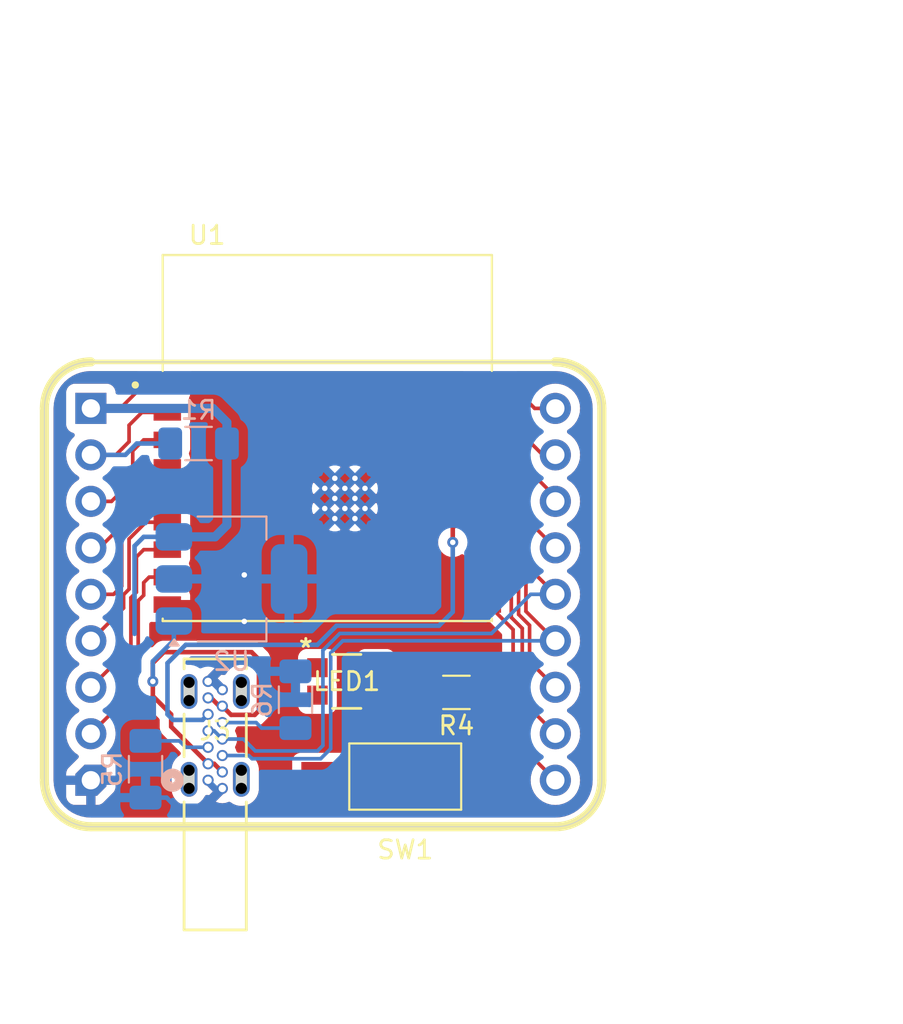
<source format=kicad_pcb>
(kicad_pcb (version 20240108) (generator "pcbnew") (generator_version "8.0")
  (layers (0 "F.Cu" signal) (31 "B.Cu" signal) (34 "B.Paste" user) (35 "F.Paste" user) (36 "B.SilkS" user "B.Silkscreen") (37 "F.SilkS" user "F.Silkscreen") (38 "B.Mask" user) (39 "F.Mask" user) (44 "Edge.Cuts" user))
  (net 0 "")
  (net 1 "GPIO3")
  (net 2 "GND")
  (net 3 "GPIO2")
  (net 4 "GPIO1")
  (net 5 "GPIO0")
  (net 6 "GPIO4")
  (net 7 "VBUS")
  (net 8 "GPIO7")
  (net 9 "USB_D+")
  (net 10 "UART-RX")
  (net 11 "USB_D-")
  (net 12 "GPIO5")
  (net 13 "GPIO8")
  (net 14 "UART-TX")
  (net 15 "GPIO10")
  (net 16 "EN")
  (net 17 "GPIO9")
  (net 18 "3V3")
  (net 19 "GPIO6")
  (net 21 "Net-(LED1-GND-Pad1)")
  (net 22 "Net-(J3-CC2)")
  (net 23 "Net-(J3-CC1)")
  (footprint "Alexander Footprint Library:ESP32-C3-WROOM-02-H4" (layer "F.Cu") (at 156.94 61.1)
    (property "Reference" "U1" (at -6.575 -11.085 0) (layer "F.SilkS"))
    (property "Value" "ESP32-C3-WROOM-02-N4")
    (fp_line (start -9 -10) (end -9 -3.67) (stroke (width 0.127)) (layer "F.SilkS"))
    (fp_line (start -9 10) (end -9 9.87) (stroke (width 0.127)) (layer "F.SilkS"))
    (fp_line (start -9 10) (end 9 10) (stroke (width 0.127)) (layer "F.SilkS"))
    (fp_line (start 9 -10) (end -9 -10) (stroke (width 0.127)) (layer "F.SilkS"))
    (fp_line (start 9 -3.67) (end 9 -10) (stroke (width 0.127)) (layer "F.SilkS"))
    (fp_line (start 9 10) (end 9 9.87) (stroke (width 0.127)) (layer "F.SilkS"))
    (fp_circle (center -10.5 -2.9) (end -10.4 -2.9) (stroke (width 0.2)) (fill none) (layer "F.SilkS"))
    (pad "1" smd rect (at -8.75 -2.9) (size 1.5 0.9) (layers "F.Cu" "F.Paste" "F.Mask") (net 18 "3V3"))
    (pad "2" smd rect (at -8.75 -1.4) (size 1.5 0.9) (layers "F.Cu" "F.Paste" "F.Mask") (net 16 "EN"))
    (pad "3" smd rect (at -8.75 0.1) (size 1.5 0.9) (layers "F.Cu" "F.Paste" "F.Mask") (net 6 "GPIO4"))
    (pad "4" smd rect (at -8.75 1.6) (size 1.5 0.9) (layers "F.Cu" "F.Paste" "F.Mask") (net 12 "GPIO5"))
    (pad "5" smd rect (at -8.75 3.1) (size 1.5 0.9) (layers "F.Cu" "F.Paste" "F.Mask") (net 19 "GPIO6"))
    (pad "6" smd rect (at -8.75 4.6) (size 1.5 0.9) (layers "F.Cu" "F.Paste" "F.Mask") (net 8 "GPIO7"))
    (pad "7" smd rect (at -8.75 6.1) (size 1.5 0.9) (layers "F.Cu" "F.Paste" "F.Mask") (net 13 "GPIO8"))
    (pad "8" smd rect (at -8.75 7.6) (size 1.5 0.9) (layers "F.Cu" "F.Paste" "F.Mask") (net 17 "GPIO9"))
    (pad "9" smd rect (at -8.75 9.1) (size 1.5 0.9) (layers "F.Cu" "F.Paste" "F.Mask") (net 2 "GND"))
    (pad "10" smd rect (at 8.75 9.1) (size 1.5 0.9) (layers "F.Cu" "F.Paste" "F.Mask") (net 15 "GPIO10"))
    (pad "11" smd rect (at 8.75 7.6) (size 1.5 0.9) (layers "F.Cu" "F.Paste" "F.Mask") (net 10 "UART-RX"))
    (pad "12" smd rect (at 8.75 6.1) (size 1.5 0.9) (layers "F.Cu" "F.Paste" "F.Mask") (net 14 "UART-TX"))
    (pad "13" smd rect (at 8.75 4.6) (size 1.5 0.9) (layers "F.Cu" "F.Paste" "F.Mask") (net 11 "USB_D-"))
    (pad "14" smd rect (at 8.75 3.1) (size 1.5 0.9) (layers "F.Cu" "F.Paste" "F.Mask") (net 9 "USB_D+"))
    (pad "15" smd rect (at 8.75 1.6) (size 1.5 0.9) (layers "F.Cu" "F.Paste" "F.Mask") (net 1 "GPIO3"))
    (pad "16" smd rect (at 8.75 0.1) (size 1.5 0.9) (layers "F.Cu" "F.Paste" "F.Mask") (net 3 "GPIO2"))
    (pad "17" smd rect (at 8.75 -1.4) (size 1.5 0.9) (layers "F.Cu" "F.Paste" "F.Mask") (net 4 "GPIO1"))
    (pad "18" smd rect (at 8.75 -2.9) (size 1.5 0.9) (layers "F.Cu" "F.Paste" "F.Mask") (net 5 "GPIO0"))
    (pad "19" smd rect (at -0.14 2.2) (size 0.7 0.7) (layers "F.Cu" "F.Paste" "F.Mask") (net 2 "GND"))
    (pad "20" smd rect (at 0.96 2.2) (size 0.7 0.7) (layers "F.Cu" "F.Paste" "F.Mask") (net 2 "GND"))
    (pad "21" smd rect (at 2.06 2.2) (size 0.7 0.7) (layers "F.Cu" "F.Paste" "F.Mask") (net 2 "GND"))
    (pad "22" smd rect (at -0.14 3.3) (size 0.7 0.7) (layers "F.Cu" "F.Paste" "F.Mask") (net 2 "GND"))
    (pad "23" smd rect (at 0.96 3.3) (size 0.7 0.7) (layers "F.Cu" "F.Paste" "F.Mask") (net 2 "GND"))
    (pad "24" smd rect (at 2.06 3.3) (size 0.7 0.7) (layers "F.Cu" "F.Paste" "F.Mask") (net 2 "GND"))
    (pad "25" smd rect (at -0.14 4.4) (size 0.7 0.7) (layers "F.Cu" "F.Paste" "F.Mask") (net 2 "GND"))
    (pad "26" smd rect (at 0.96 4.4) (size 0.7 0.7) (layers "F.Cu" "F.Paste" "F.Mask") (net 2 "GND"))
    (pad "27" smd rect (at 2.06 4.4) (size 0.7 0.7) (layers "F.Cu" "F.Paste" "F.Mask") (net 2 "GND"))
    (pad "28" thru_hole circle (at 0.41 2.2) (size 0.4 0.4) (drill 0.3) (layers "*.Cu") (net 2 "GND"))
    (pad "29" thru_hole circle (at 1.51 2.2) (size 0.4 0.4) (drill 0.3) (layers "*.Cu") (net 2 "GND"))
    (pad "30" thru_hole circle (at -0.14 2.75) (size 0.4 0.4) (drill 0.3) (layers "*.Cu") (net 2 "GND"))
    (pad "31" thru_hole circle (at 0.96 2.75) (size 0.4 0.4) (drill 0.3) (layers "*.Cu") (net 2 "GND"))
    (pad "32" thru_hole circle (at 2.06 2.75) (size 0.4 0.4) (drill 0.3) (layers "*.Cu") (net 2 "GND"))
    (pad "33" thru_hole circle (at 0.41 3.3) (size 0.4 0.4) (drill 0.3) (layers "*.Cu") (net 2 "GND"))
    (pad "34" thru_hole circle (at 1.51 3.3) (size 0.4 0.4) (drill 0.3) (layers "*.Cu") (net 2 "GND"))
    (pad "35" thru_hole circle (at -0.14 3.85) (size 0.4 0.4) (drill 0.3) (layers "*.Cu") (net 2 "GND"))
    (pad "36" thru_hole circle (at 0.96 3.85) (size 0.4 0.4) (drill 0.3) (layers "*.Cu") (net 2 "GND"))
    (pad "37" thru_hole circle (at 2.06 3.85) (size 0.4 0.4) (drill 0.3) (layers "*.Cu") (net 2 "GND"))
    (pad "38" thru_hole circle (at 0.41 4.4) (size 0.4 0.4) (drill 0.3) (layers "*.Cu") (net 2 "GND"))
    (pad "39" thru_hole circle (at 1.51 4.4) (size 0.4 0.4) (drill 0.3) (layers "*.Cu") (net 2 "GND"))
    (zone (net 0) (net_name "") (layer "F.Cu") (connect_pads (clearance 0)) (min_thickness 0.01)
      (keepout (tracks not_allowed) (vias not_allowed) (pads not_allowed) (copperpour not_allowed) (footprints allowed))
      (fill (thermal_gap 0.508) (thermal_bridge_width 0.508))
      (polygon (pts (xy 147.94 51.1) (xy 165.94 51.1) (xy 165.94 57.1) (xy 147.94 57.1)))
    )
    (zone (net 0) (net_name "") (layer "B.Cu") (connect_pads (clearance 0)) (min_thickness 0.01)
      (keepout (tracks not_allowed) (vias not_allowed) (pads not_allowed) (copperpour not_allowed) (footprints allowed))
      (fill (thermal_gap 0.508) (thermal_bridge_width 0.508))
      (polygon (pts (xy 147.94 51.1) (xy 165.94 51.1) (xy 165.94 57.1) (xy 147.94 57.1)))
    )
  )
  (footprint "Alexander Footprint Library:B1552_HVK-M" (layer "F.Cu") (at 158 74.4)
    (property "Reference" "LED1" (at 0 0 0) (layer "F.SilkS"))
    (property "Value" "LED-RED-GREEN-B1552USUG20D")
    (fp_line (start -0.777373 -1.4732) (end 0.777373 -1.4732) (stroke (width 0.1524)) (layer "F.SilkS"))
    (fp_line (start -0.777373 1.4732) (end 0.777373 1.4732) (stroke (width 0.1524)) (layer "F.SilkS"))
    (fp_text user "*" (at -2.2352 -1.8041 0) (layer "F.SilkS"))
    (fp_text user "*" (at -2.2352 -1.8041 0) (layer "F.SilkS"))
    (pad "1" smd rect (at -1.6002 -0.750001) (size 1.1176 1.0414) (layers "F.Cu" "F.Paste" "F.Mask") (net 21 "Net-(LED1-GND-Pad1)"))
    (pad "2" smd rect (at -1.6002 0.750001) (size 1.1176 1.0414) (layers "F.Cu" "F.Paste" "F.Mask") (net 18 "3V3"))
    (pad "3" smd rect (at 1.6002 0.750001) (size 1.1176 1.0414) (layers "F.Cu" "F.Paste" "F.Mask"))
    (pad "4" smd rect (at 1.6002 -0.750001) (size 1.1176 1.0414) (layers "F.Cu" "F.Paste" "F.Mask") (net 21 "Net-(LED1-GND-Pad1)"))
  )
  (footprint "Alexander Footprint Library:USB-C_KUSBX-SL-CS1N14-B_KYC" (layer "F.Cu") (at 150.419999 79.799999)
    (property "Reference" "J3" (at 0.39 -2.7 0) (layer "F.SilkS"))
    (property "Value" "USB-C_KUSBX-SL-CS1N14-B")
    (fp_circle (center -1.9468 0) (end -1.5658 0) (stroke (width 0.508)) (fill none) (layer "B.SilkS"))
    (fp_line (start -1.3118 -6.627) (end -1.3118 -6.087007) (stroke (width 0.1524)) (layer "F.SilkS"))
    (fp_line (start -1.3118 -3.612992) (end -1.3118 -1.287007) (stroke (width 0.1524)) (layer "F.SilkS"))
    (fp_line (start -1.3118 1.187007) (end -1.3118 8.1812) (stroke (width 0.1524)) (layer "F.SilkS"))
    (fp_line (start -1.3118 8.1812) (end 2.0918 8.1812) (stroke (width 0.1524)) (layer "F.SilkS"))
    (fp_line (start 2.0918 -6.627) (end -1.3118 -6.627) (stroke (width 0.1524)) (layer "F.SilkS"))
    (fp_line (start 2.0918 -6.087007) (end 2.0918 -6.627) (stroke (width 0.1524)) (layer "F.SilkS"))
    (fp_line (start 2.0918 -1.287007) (end 2.0918 -3.612992) (stroke (width 0.1524)) (layer "F.SilkS"))
    (fp_line (start 2.0918 8.1812) (end 2.0918 1.187007) (stroke (width 0.1524)) (layer "F.SilkS"))
    (fp_line (start -1.04 -4.354699) (end -1.04 -5.345299) (stroke (width 0.6096)) (layer "Edge.Cuts"))
    (fp_line (start -1.04 0.4453) (end -1.04 -0.5453) (stroke (width 0.6096)) (layer "Edge.Cuts"))
    (fp_line (start 1.82 -4.354699) (end 1.82 -5.345299) (stroke (width 0.6096)) (layer "Edge.Cuts"))
    (fp_line (start 1.82 0.4453) (end 1.82 -0.5453) (stroke (width 0.6096)) (layer "Edge.Cuts"))
    (pad "" np_thru_hole circle (at -1.04 -5.345299) (size 0.6096 0.6096) (drill 0.6096) (layers))
    (pad "" np_thru_hole circle (at -1.04 -4.354699) (size 0.6096 0.6096) (drill 0.6096) (layers))
    (pad "" np_thru_hole circle (at -1.04 -0.5453) (size 0.6096 0.6096) (drill 0.6096) (layers))
    (pad "" np_thru_hole circle (at -1.04 0.4453) (size 0.6096 0.6096) (drill 0.6096) (layers))
    (pad "" np_thru_hole circle (at 1.82 -5.345299) (size 0.6096 0.6096) (drill 0.6096) (layers))
    (pad "" np_thru_hole circle (at 1.82 -4.354699) (size 0.6096 0.6096) (drill 0.6096) (layers))
    (pad "" np_thru_hole circle (at 1.82 -0.5453) (size 0.6096 0.6096) (drill 0.6096) (layers))
    (pad "" np_thru_hole circle (at 1.82 0.4453) (size 0.6096 0.6096) (drill 0.6096) (layers))
    (pad "A1" thru_hole circle (at 0 0) (size 0.6096 0.6096) (drill 0.4064) (layers "*.Cu" "*.Mask") (net 2 "GND"))
    (pad "A4" thru_hole circle (at 0 -0.900001) (size 0.6096 0.6096) (drill 0.4064) (layers "*.Cu" "*.Mask") (net 7 "VBUS"))
    (pad "A5" thru_hole circle (at 0 -1.799999) (size 0.6096 0.6096) (drill 0.4064) (layers "*.Cu" "*.Mask") (net 23 "Net-(J3-CC1)"))
    (pad "A6" thru_hole circle (at 0 -2.7) (size 0.6096 0.6096) (drill 0.4064) (layers "*.Cu" "*.Mask") (net 9 "USB_D+"))
    (pad "A7" thru_hole circle (at 0 -3.6) (size 0.6096 0.6096) (drill 0.4064) (layers "*.Cu" "*.Mask") (net 11 "USB_D-"))
    (pad "A9" thru_hole circle (at 0 -4.499999) (size 0.6096 0.6096) (drill 0.4064) (layers "*.Cu" "*.Mask") (net 7 "VBUS"))
    (pad "A12" thru_hole circle (at 0 -5.399999) (size 0.6096 0.6096) (drill 0.4064) (layers "*.Cu" "*.Mask") (net 2 "GND"))
    (pad "B1" thru_hole circle (at 0.780001 -4.949999) (size 0.6096 0.6096) (drill 0.4064) (layers "*.Cu" "*.Mask") (net 2 "GND"))
    (pad "B4" thru_hole circle (at 0.780001 -4.049999) (size 0.6096 0.6096) (drill 0.4064) (layers "*.Cu" "*.Mask") (net 7 "VBUS"))
    (pad "B5" thru_hole circle (at 0.780001 -3.149999) (size 0.6096 0.6096) (drill 0.4064) (layers "*.Cu" "*.Mask") (net 22 "Net-(J3-CC2)"))
    (pad "B6" thru_hole circle (at 0.780001 -2.249999) (size 0.6096 0.6096) (drill 0.4064) (layers "*.Cu" "*.Mask") (net 9 "USB_D+"))
    (pad "B7" thru_hole circle (at 0.780001 -1.349999) (size 0.6096 0.6096) (drill 0.4064) (layers "*.Cu" "*.Mask") (net 11 "USB_D-"))
    (pad "B9" thru_hole circle (at 0.780001 -0.449999) (size 0.6096 0.6096) (drill 0.4064) (layers "*.Cu" "*.Mask") (net 7 "VBUS"))
    (pad "B12" thru_hole circle (at 0.780001 0.450001) (size 0.6096 0.6096) (drill 0.4064) (layers "*.Cu" "*.Mask") (net 2 "GND"))
    (pad "S_1" thru_hole oval (at -1.04 -0.05 90) (size 1.905 0.9144) (drill 0.0254) (layers "*.Cu" "*.Mask"))
    (pad "S_2" thru_hole oval (at 1.82 -0.05 90) (size 1.905 0.9144) (drill 0.0254) (layers "*.Cu" "*.Mask"))
    (pad "S_3" thru_hole oval (at -1.04 -4.849999 90) (size 1.905 0.9144) (drill 0.0254) (layers "*.Cu" "*.Mask"))
    (pad "S_4" thru_hole oval (at 1.82 -4.849999 90) (size 1.905 0.9144) (drill 0.0254) (layers "*.Cu" "*.Mask"))
  )
  (footprint "Alexander Footprint Library:SW_SPST_6x3" (layer "F.Cu") (at 161.2 79.6 180)
    (property "Reference" "SW1" (at 0 -4 0) (layer "F.SilkS"))
    (property "Value" "SW_Push")
    (fp_line (start 3.06 1.81) (end -3.06 1.81) (stroke (width 0.12)) (layer "F.SilkS"))
    (fp_line (start 3.06 -1.81) (end 3.06 1.81) (stroke (width 0.12)) (layer "F.SilkS"))
    (fp_line (start -3.06 1.81) (end -3.06 -1.81) (stroke (width 0.12)) (layer "F.SilkS"))
    (fp_line (start -3.06 -1.81) (end 3.06 -1.81) (stroke (width 0.12)) (layer "F.SilkS"))
    (pad "1" smd rect (at -4.59 0 180) (size 2.18 1.6) (layers "F.Cu" "F.Paste" "F.Mask") (net 2 "GND"))
    (pad "2" smd rect (at 4.59 0 180) (size 2.18 1.6) (layers "F.Cu" "F.Paste" "F.Mask") (net 16 "EN"))
  )
  (footprint "Alexander Footprint Library:Conn_ESP32-C3-WROOM-02" (layer "F.Cu") (at 159.25 64.56)
    (property "Reference" "J2" (hide yes))
    (property "Value" "~")
    (fp_line (start -17.78 -5.08) (end -17.78 15.24) (stroke (width 0.5)) (layer "F.SilkS"))
    (fp_line (start -15.24 -7.62) (end 10.16 -7.62) (stroke (width 0.25)) (layer "F.SilkS"))
    (fp_line (start -15.24 17.78) (end 10.16 17.78) (stroke (width 0.5)) (layer "F.SilkS"))
    (fp_line (start 12.7 -5.08) (end 12.7 15.24) (stroke (width 0.5)) (layer "F.SilkS"))
    (fp_arc (start -17.78 -5.08) (mid -17.036051 -6.876051) (end -15.24 -7.62) (stroke (width 0.5)) (layer "F.SilkS"))
    (fp_arc (start -15.24 17.78) (mid -17.036051 17.036051) (end -17.78 15.24) (stroke (width 0.5)) (layer "F.SilkS"))
    (fp_arc (start 10.16 -7.62) (mid 11.956051 -6.876051) (end 12.7 -5.08) (stroke (width 0.5)) (layer "F.SilkS"))
    (fp_arc (start 12.7 15.24) (mid 11.956051 17.036051) (end 10.16 17.78) (stroke (width 0.5)) (layer "F.SilkS"))
    (fp_line (start -17.78 15.24) (end -17.78 -5.08) (stroke (width 0.05)) (layer "Edge.Cuts"))
    (fp_line (start -15.24 -7.62) (end 10.16 -7.62) (stroke (width 0.05)) (layer "Edge.Cuts"))
    (fp_line (start 10.16 17.78) (end -15.24 17.78) (stroke (width 0.05)) (layer "Edge.Cuts"))
    (fp_line (start 12.7 -5.08) (end 12.7 15.24) (stroke (width 0.05)) (layer "Edge.Cuts"))
    (fp_arc (start -17.78 -5.08) (mid -17.036051 -6.876051) (end -15.24 -7.62) (stroke (width 0.05)) (layer "Edge.Cuts"))
    (fp_arc (start -15.24 17.78) (mid -17.036051 17.036051) (end -17.78 15.24) (stroke (width 0.05)) (layer "Edge.Cuts"))
    (fp_arc (start 10.16 -7.62) (mid 11.956051 -6.876051) (end 12.7 -5.08) (stroke (width 0.05)) (layer "Edge.Cuts"))
    (fp_arc (start 12.7 15.24) (mid 11.956051 17.036051) (end 10.16 17.78) (stroke (width 0.05)) (layer "Edge.Cuts"))
    (pad "1" thru_hole rect (at -15.24 -5.08) (size 1.7 1.7) (drill 1) (layers "*.Cu" "*.Mask") (net 18 "3V3"))
    (pad "2" thru_hole circle (at -15.24 -2.54) (size 1.7 1.7) (drill 1) (layers "*.Cu" "*.Mask") (net 16 "EN"))
    (pad "3" thru_hole circle (at -15.24 0) (size 1.7 1.7) (drill 1) (layers "*.Cu" "*.Mask") (net 6 "GPIO4"))
    (pad "4" thru_hole circle (at -15.24 2.54) (size 1.7 1.7) (drill 1) (layers "*.Cu" "*.Mask") (net 12 "GPIO5"))
    (pad "5" thru_hole circle (at -15.24 5.08) (size 1.7 1.7) (drill 1) (layers "*.Cu" "*.Mask") (net 19 "GPIO6"))
    (pad "6" thru_hole circle (at -15.24 7.62) (size 1.7 1.7) (drill 1) (layers "*.Cu" "*.Mask") (net 8 "GPIO7"))
    (pad "7" thru_hole circle (at -15.24 10.16) (size 1.7 1.7) (drill 1) (layers "*.Cu" "*.Mask") (net 13 "GPIO8"))
    (pad "8" thru_hole circle (at -15.24 12.7) (size 1.7 1.7) (drill 1) (layers "*.Cu" "*.Mask") (net 17 "GPIO9"))
    (pad "9" thru_hole roundrect (at -15.24 15.24) (size 1.7 1.7) (drill 1) (layers "*.Cu" "*.Mask") (roundrect_rratio 0) (chamfer_ratio 0.3) (chamfer top_left bottom_right) (net 2 "GND"))
    (pad "10" thru_hole circle (at 10.16 15.24) (size 1.7 1.7) (drill 1) (layers "*.Cu" "*.Mask") (net 15 "GPIO10"))
    (pad "11" thru_hole circle (at 10.16 12.7) (size 1.7 1.7) (drill 1) (layers "*.Cu" "*.Mask") (net 10 "UART-RX"))
    (pad "12" thru_hole circle (at 10.16 10.16) (size 1.7 1.7) (drill 1) (layers "*.Cu" "*.Mask") (net 14 "UART-TX"))
    (pad "13" thru_hole circle (at 10.16 7.62) (size 1.7 1.7) (drill 1) (layers "*.Cu" "*.Mask") (net 11 "USB_D-"))
    (pad "14" thru_hole circle (at 10.16 5.08) (size 1.7 1.7) (drill 1) (layers "*.Cu" "*.Mask") (net 9 "USB_D+"))
    (pad "15" thru_hole circle (at 10.16 2.54) (size 1.7 1.7) (drill 1) (layers "*.Cu" "*.Mask") (net 1 "GPIO3"))
    (pad "16" thru_hole circle (at 10.16 0) (size 1.7 1.7) (drill 1) (layers "*.Cu" "*.Mask") (net 3 "GPIO2"))
    (pad "17" thru_hole circle (at 10.16 -2.54) (size 1.7 1.7) (drill 1) (layers "*.Cu" "*.Mask") (net 4 "GPIO1"))
    (pad "18" thru_hole circle (at 10.16 -5.08) (size 1.7 1.7) (drill 1) (layers "*.Cu" "*.Mask") (net 5 "GPIO0"))
  )
  (footprint "Resistor_SMD:R_1206_3216Metric_Pad1.30x1.75mm_HandSolder" (layer "F.Cu") (at 164 75 180)
    (property "Reference" "R4" (at 0 -1.82 360) (layer "F.SilkS"))
    (property "Value" "5k1")
    (fp_line (start -0.727064 0.91) (end 0.727064 0.91) (stroke (width 0.12)) (layer "F.SilkS"))
    (fp_line (start -0.727064 -0.91) (end 0.727064 -0.91) (stroke (width 0.12)) (layer "F.SilkS"))
    (pad "1" smd roundrect (at -1.55 0 180) (size 1.3 1.75) (layers "F.Cu" "F.Paste" "F.Mask") (roundrect_rratio 0.192308) (net 2 "GND"))
    (pad "2" smd roundrect (at 1.55 0 180) (size 1.3 1.75) (layers "F.Cu" "F.Paste" "F.Mask") (roundrect_rratio 0.192308) (net 21 "Net-(LED1-GND-Pad1)"))
  )
  (footprint "Package_TO_SOT_SMD:SOT-223-3_TabPin2" (layer "B.Cu") (at 151.7 68.8)
    (property "Reference" "U2" (at 0 4.5 0) (layer "B.SilkS") (effects (justify mirror)))
    (property "Value" "AMS1117-3V3")
    (fp_line (start 1.91 -3.41) (end -1.85 -3.41) (stroke (width 0.12)) (layer "B.SilkS"))
    (fp_line (start 1.91 -2.15) (end 1.91 -3.41) (stroke (width 0.12)) (layer "B.SilkS"))
    (fp_line (start 1.91 2.15) (end 1.91 3.41) (stroke (width 0.12)) (layer "B.SilkS"))
    (fp_line (start 1.91 3.41) (end -1.85 3.41) (stroke (width 0.12)) (layer "B.SilkS"))
    (fp_poly (pts (xy -3.13 3.31) (xy -3.37 3.64) (xy -2.89 3.64) (xy -3.13 3.31)) (stroke (width 0.12)) (fill solid) (layer "B.SilkS"))
    (pad "1" smd roundrect (at -3.15 2.3) (size 2 1.5) (layers "B.Cu" "B.Paste" "B.Mask") (net 7 "VBUS"))
    (pad "2" smd roundrect (at -3.15 0) (size 2 1.5) (layers "B.Cu" "B.Paste" "B.Mask") (net 2 "GND"))
    (pad "2" smd roundrect (at 3.15 0) (size 2 3.8) (layers "B.Cu" "B.Paste" "B.Mask") (net 2 "GND"))
    (pad "3" smd roundrect (at -3.15 -2.3) (size 2 1.5) (layers "B.Cu" "B.Paste" "B.Mask") (net 18 "3V3"))
  )
  (footprint "Resistor_SMD:R_1206_3216Metric_Pad1.30x1.75mm_HandSolder" (layer "B.Cu") (at 149.9 61.4 180)
    (property "Reference" "R1" (at 0 1.82 0) (layer "B.SilkS") (effects (justify mirror)))
    (property "Value" "10k")
    (fp_line (start 0.727064 0.91) (end -0.727064 0.91) (stroke (width 0.12)) (layer "B.SilkS"))
    (fp_line (start 0.727064 -0.91) (end -0.727064 -0.91) (stroke (width 0.12)) (layer "B.SilkS"))
    (pad "1" smd roundrect (at -1.55 0 180) (size 1.3 1.75) (layers "B.Cu" "B.Paste" "B.Mask") (roundrect_rratio 0.192308) (net 18 "3V3"))
    (pad "2" smd roundrect (at 1.55 0 180) (size 1.3 1.75) (layers "B.Cu" "B.Paste" "B.Mask") (roundrect_rratio 0.192308) (net 16 "EN"))
  )
  (footprint "Resistor_SMD:R_1206_3216Metric_Pad1.30x1.75mm_HandSolder" (layer "B.Cu") (at 147 79.2 -90)
    (property "Reference" "R5" (at 0 1.82 90) (layer "B.SilkS") (effects (justify mirror)))
    (property "Value" "5k1")
    (fp_line (start 0.727064 0.91) (end -0.727064 0.91) (stroke (width 0.12)) (layer "B.SilkS"))
    (fp_line (start 0.727064 -0.91) (end -0.727064 -0.91) (stroke (width 0.12)) (layer "B.SilkS"))
    (pad "1" smd roundrect (at -1.55 0 270) (size 1.3 1.75) (layers "B.Cu" "B.Paste" "B.Mask") (roundrect_rratio 0.192308) (net 23 "Net-(J3-CC1)"))
    (pad "2" smd roundrect (at 1.55 0 270) (size 1.3 1.75) (layers "B.Cu" "B.Paste" "B.Mask") (roundrect_rratio 0.192308) (net 2 "GND"))
  )
  (footprint "Resistor_SMD:R_1206_3216Metric_Pad1.30x1.75mm_HandSolder" (layer "B.Cu") (at 155.2 75.4 -90)
    (property "Reference" "R6" (at 0 1.82 90) (layer "B.SilkS") (effects (justify mirror)))
    (property "Value" "5k1")
    (fp_line (start 0.727064 0.91) (end -0.727064 0.91) (stroke (width 0.12)) (layer "B.SilkS"))
    (fp_line (start 0.727064 -0.91) (end -0.727064 -0.91) (stroke (width 0.12)) (layer "B.SilkS"))
    (pad "1" smd roundrect (at -1.55 0 270) (size 1.3 1.75) (layers "B.Cu" "B.Paste" "B.Mask") (roundrect_rratio 0.192308) (net 2 "GND"))
    (pad "2" smd roundrect (at 1.55 0 270) (size 1.3 1.75) (layers "B.Cu" "B.Paste" "B.Mask") (roundrect_rratio 0.192308) (net 22 "Net-(J3-CC2)"))
  )
  (segment (start 167.2 62.7) (end 167.8 63.3) (width 0.2) (layer "F.Cu") (net 1))
  (segment (start 165.69 62.7) (end 167.2 62.7) (width 0.2) (layer "F.Cu") (net 1))
  (segment (start 167.8 63.3) (end 167.8 65.49) (width 0.2) (layer "F.Cu") (net 1))
  (segment (start 167.8 65.49) (end 169.41 67.1) (width 0.2) (layer "F.Cu") (net 1))
  (via (at 152.4 68.58) (size 0.6) (drill 0.3) (layers "F.Cu" "B.Cu") (net 2))
  (via (at 152.4 71.12) (size 0.6) (drill 0.3) (layers "F.Cu" "B.Cu") (net 2))
  (segment (start 150.419999 79.799999) (end 150.87 80.25) (width 0.25) (layer "B.Cu") (net 2))
  (segment (start 151.2 74.85) (end 150.75 74.4) (width 0.5) (layer "B.Cu") (net 2))
  (segment (start 148.15 80.75) (end 147 80.75) (width 0.25) (layer "B.Cu") (net 2))
  (segment (start 150.25 81.2) (end 148.6 81.2) (width 0.25) (layer "B.Cu") (net 2))
  (segment (start 147.402499 81.152499) (end 147 80.75) (width 0.5) (layer "B.Cu") (net 2))
  (segment (start 151.2 80.25) (end 150.25 81.2) (width 0.25) (layer "B.Cu") (net 2))
  (segment (start 148.6 81.2) (end 148.15 80.75) (width 0.25) (layer "B.Cu") (net 2))
  (segment (start 150.87 80.25) (end 151.2 80.25) (width 0.25) (layer "B.Cu") (net 2))
  (segment (start 150.75 74.4) (end 150.419999 74.4) (width 0.5) (layer "B.Cu") (net 2))
  (segment (start 165.69 61.2) (end 166.3 61.2) (width 0.2) (layer "F.Cu") (net 3))
  (segment (start 166.3 61.2) (end 169.41 64.31) (width 0.2) (layer "F.Cu") (net 3))
  (segment (start 169.41 64.31) (end 169.41 64.56) (width 0.2) (layer "F.Cu") (net 3))
  (segment (start 165.69 59.7) (end 166.4 59.7) (width 0.2) (layer "F.Cu") (net 4))
  (segment (start 166.4 59.7) (end 168.72 62.02) (width 0.2) (layer "F.Cu") (net 4))
  (segment (start 168.72 62.02) (end 169.41 62.02) (width 0.2) (layer "F.Cu") (net 4))
  (segment (start 168.28 59.48) (end 167 58.2) (width 0.2) (layer "F.Cu") (net 5))
  (segment (start 167 58.2) (end 165.69 58.2) (width 0.2) (layer "F.Cu") (net 5))
  (segment (start 169.41 59.48) (end 168.28 59.48) (width 0.2) (layer "F.Cu") (net 5))
  (segment (start 148.19 61.2) (end 146.9 61.2) (width 0.2) (layer "F.Cu") (net 6))
  (segment (start 146.9 61.2) (end 146.3 61.8) (width 0.2) (layer "F.Cu") (net 6))
  (segment (start 146.3 63.4) (end 145.14 64.56) (width 0.2) (layer "F.Cu") (net 6))
  (segment (start 146.3 61.8) (end 146.3 63.4) (width 0.2) (layer "F.Cu") (net 6))
  (segment (start 145.14 64.56) (end 144.01 64.56) (width 0.2) (layer "F.Cu") (net 6))
  (segment (start 150.582551 75.3) (end 151.032551 75.75) (width 0.25) (layer "F.Cu") (net 7))
  (segment (start 151.6775 76.2275) (end 151.2 75.75) (width 0.25) (layer "F.Cu") (net 7))
  (segment (start 152.8 72.8) (end 153.2 73.2) (width 0.25) (layer "F.Cu") (net 7))
  (segment (start 153.2 73.2) (end 153.2 76) (width 0.25) (layer "F.Cu") (net 7))
  (segment (start 150.749998 78.899998) (end 150.419999 78.899998) (width 0.25) (layer "F.Cu") (net 7))
  (segment (start 148 72.8) (end 152.8 72.8) (width 0.25) (layer "F.Cu") (net 7))
  (segment (start 147.4 74.4) (end 147.4 75.2) (width 0.25) (layer "F.Cu") (net 7))
  (segment (start 147.4 75.2) (end 148.4 76.2) (width 0.25) (layer "F.Cu") (net 7))
  (segment (start 152.9725 76.2275) (end 151.6775 76.2275) (width 0.25) (layer "F.Cu") (net 7))
  (segment (start 153.2 76) (end 152.9725 76.2275) (width 0.25) (layer "F.Cu") (net 7))
  (segment (start 151.032551 75.75) (end 151.2 75.75) (width 0.25) (layer "F.Cu") (net 7))
  (segment (start 147.4 74.4) (end 147.4 73.4) (width 0.25) (layer "F.Cu") (net 7))
  (segment (start 148.4 76.870673) (end 150.429325 78.899998) (width 0.25) (layer "F.Cu") (net 7))
  (segment (start 147.4 73.4) (end 148 72.8) (width 0.25) (layer "F.Cu") (net 7))
  (segment (start 148.4 76.2) (end 148.4 76.870673) (width 0.25) (layer "F.Cu") (net 7))
  (segment (start 150.749998 78.899998) (end 151.2 79.35) (width 0.25) (layer "F.Cu") (net 7))
  (segment (start 150.419999 78.899998) (end 150.6 78.899998) (width 0.25) (layer "F.Cu") (net 7))
  (via (at 147.4 74.4) (size 0.6) (drill 0.3) (layers "F.Cu" "B.Cu") (net 7))
  (segment (start 148.55 72.15) (end 148.55 71.1) (width 0.25) (layer "B.Cu") (net 7))
  (segment (start 147.4 74.4) (end 147.4 73.3) (width 0.25) (layer "B.Cu") (net 7))
  (segment (start 147.4 73.3) (end 148.55 72.15) (width 0.25) (layer "B.Cu") (net 7))
  (segment (start 148.19 65.7) (end 147.015686 65.7) (width 0.2) (layer "F.Cu") (net 8))
  (segment (start 146.1 66.615686) (end 146.1 69.358628) (width 0.2) (layer "F.Cu") (net 8))
  (segment (start 146.1 69.358628) (end 145.8 69.658628) (width 0.2) (layer "F.Cu") (net 8))
  (segment (start 145.8 69.658628) (end 145.8 70.39) (width 0.2) (layer "F.Cu") (net 8))
  (segment (start 147.015686 65.7) (end 146.1 66.615686) (width 0.2) (layer "F.Cu") (net 8))
  (segment (start 145.8 70.39) (end 144.01 72.18) (width 0.2) (layer "F.Cu") (net 8))
  (segment (start 167.8 66.055686) (end 167.8 68.03) (width 0.2) (layer "F.Cu") (net 9))
  (segment (start 165.69 64.2) (end 167.1 64.2) (width 0.2) (layer "F.Cu") (net 9))
  (segment (start 167.8 68.03) (end 169.41 69.64) (width 0.2) (layer "F.Cu") (net 9))
  (segment (start 167.4 64.5) (end 167.4 65.655686) (width 0.2) (layer "F.Cu") (net 9))
  (segment (start 167.1 64.2) (end 167.4 64.5) (width 0.2) (layer "F.Cu") (net 9))
  (segment (start 167.4 65.655686) (end 167.8 66.055686) (width 0.2) (layer "F.Cu") (net 9))
  (segment (start 150.749999 77.099999) (end 151.2 77.55) (width 0.2) (layer "B.Cu") (net 9))
  (segment (start 165.92 71.78) (end 168.06 69.64) (width 0.2) (layer "B.Cu") (net 9))
  (segment (start 153 78.2) (end 156.4 78.2) (width 0.2) (layer "B.Cu") (net 9))
  (segment (start 156.4 78.2) (end 156.7 77.9) (width 0.2) (layer "B.Cu") (net 9))
  (segment (start 156.7 72.7) (end 157.62 71.78) (width 0.2) (layer "B.Cu") (net 9))
  (segment (start 151.2 77.55) (end 152.35 77.55) (width 0.2) (layer "B.Cu") (net 9))
  (segment (start 157.62 71.78) (end 165.92 71.78) (width 0.2) (layer "B.Cu") (net 9))
  (segment (start 156.7 77.9) (end 156.7 72.7) (width 0.2) (layer "B.Cu") (net 9))
  (segment (start 152.35 77.55) (end 153 78.2) (width 0.2) (layer "B.Cu") (net 9))
  (segment (start 150.419999 77.099999) (end 150.749999 77.099999) (width 0.2) (layer "B.Cu") (net 9))
  (segment (start 168.06 69.64) (end 169.41 69.64) (width 0.2) (layer "B.Cu") (net 9))
  (segment (start 167 69.71) (end 167 70.901372) (width 0.2) (layer "F.Cu") (net 10))
  (segment (start 167.6 71.501372) (end 167.6 75.45) (width 0.2) (layer "F.Cu") (net 10))
  (segment (start 165.99 68.7) (end 167 69.71) (width 0.2) (layer "F.Cu") (net 10))
  (segment (start 165.69 68.7) (end 165.99 68.7) (width 0.2) (layer "F.Cu") (net 10))
  (segment (start 167 70.901372) (end 167.6 71.501372) (width 0.2) (layer "F.Cu") (net 10))
  (segment (start 167.6 75.45) (end 169.41 77.26) (width 0.2) (layer "F.Cu") (net 10))
  (segment (start 167.4 67.11) (end 167.4 68.195686) (width 0.2) (layer "F.Cu") (net 11))
  (segment (start 167.4 68.195686) (end 167.8 68.595686) (width 0.2) (layer "F.Cu") (net 11))
  (segment (start 165.69 65.7) (end 165.99 65.7) (width 0.2) (layer "F.Cu") (net 11))
  (segment (start 163.8 66.8) (end 163.8 66) (width 0.25) (layer "F.Cu") (net 11))
  (segment (start 167.8 68.595686) (end 167.8 70.57) (width 0.2) (layer "F.Cu") (net 11))
  (segment (start 163.8 66) (end 164.1 65.7) (width 0.25) (layer "F.Cu") (net 11))
  (segment (start 165.99 65.7) (end 167.4 67.11) (width 0.2) (layer "F.Cu") (net 11))
  (segment (start 167.8 70.57) (end 169.41 72.18) (width 0.2) (layer "F.Cu") (net 11))
  (segment (start 164.1 65.7) (end 165.69 65.7) (width 0.25) (layer "F.Cu") (net 11))
  (via (at 163.8 66.8) (size 0.6) (drill 0.3) (layers "F.Cu" "B.Cu") (net 11))
  (segment (start 148.2 73.4) (end 148.2 76.2) (width 0.25) (layer "B.Cu") (net 11))
  (segment (start 157.125 73.255) (end 157.125 72.840686) (width 0.2) (layer "B.Cu") (net 11))
  (segment (start 163.045 71.355) (end 157.44396 71.355) (width 0.25) (layer "B.Cu") (net 11))
  (segment (start 150.115199 76.504799) (end 150.419999 76.199999) (width 0.25) (layer "B.Cu") (net 11))
  (segment (start 157.44396 71.355) (end 156.39896 72.4) (width 0.25) (layer "B.Cu") (net 11))
  (segment (start 156.39896 72.4) (end 149.2 72.4) (width 0.25) (layer "B.Cu") (net 11))
  (segment (start 149.2 72.4) (end 148.2 73.4) (width 0.25) (layer "B.Cu") (net 11))
  (segment (start 163.8 70.6) (end 163.045 71.355) (width 0.25) (layer "B.Cu") (net 11))
  (segment (start 151.2 78.45) (end 152.648959 78.45) (width 0.2) (layer "B.Cu") (net 11))
  (segment (start 156.576041 78.625) (end 157.125 78.076041) (width 0.2) (layer "B.Cu") (net 11))
  (segment (start 163.8 66.8) (end 163.8 70.6) (width 0.25) (layer "B.Cu") (net 11))
  (segment (start 157.785686 72.18) (end 169.41 72.18) (width 0.2) (layer "B.Cu") (net 11))
  (segment (start 157.125 78.076041) (end 157.125 73.255) (width 0.2) (layer "B.Cu") (net 11))
  (segment (start 148.504799 76.504799) (end 150.115199 76.504799) (width 0.25) (layer "B.Cu") (net 11))
  (segment (start 152.823959 78.625) (end 156.576041 78.625) (width 0.2) (layer "B.Cu") (net 11))
  (segment (start 152.648959 78.45) (end 152.823959 78.625) (width 0.2) (layer "B.Cu") (net 11))
  (segment (start 157.125 72.840686) (end 157.785686 72.18) (width 0.2) (layer "B.Cu") (net 11))
  (segment (start 148.2 76.2) (end 148.504799 76.504799) (width 0.25) (layer "B.Cu") (net 11))
  (segment (start 148.19 62.7) (end 147.1 62.7) (width 0.2) (layer "F.Cu") (net 12))
  (segment (start 145.8 65.784314) (end 144.484314 67.1) (width 0.2) (layer "F.Cu") (net 12))
  (segment (start 146.7 63.1) (end 146.7 63.565686) (width 0.2) (layer "F.Cu") (net 12))
  (segment (start 146.7 63.565686) (end 145.8 64.465686) (width 0.2) (layer "F.Cu") (net 12))
  (segment (start 145.8 64.465686) (end 145.8 65.784314) (width 0.2) (layer "F.Cu") (net 12))
  (segment (start 144.484314 67.1) (end 144.01 67.1) (width 0.2) (layer "F.Cu") (net 12))
  (segment (start 147.1 62.7) (end 146.7 63.1) (width 0.2) (layer "F.Cu") (net 12))
  (segment (start 146.5 67.6) (end 146.499999 69.524314) (width 0.2) (layer "F.Cu") (net 13))
  (segment (start 148.19 67.2) (end 146.9 67.2) (width 0.2) (layer "F.Cu") (net 13))
  (segment (start 146.499999 69.524314) (end 146.2 69.824313) (width 0.2) (layer "F.Cu") (net 13))
  (segment (start 146.9 67.2) (end 146.5 67.6) (width 0.2) (layer "F.Cu") (net 13))
  (segment (start 146.2 69.824313) (end 146.2 72.53) (width 0.2) (layer "F.Cu") (net 13))
  (segment (start 146.2 72.53) (end 144.01 74.72) (width 0.2) (layer "F.Cu") (net 13))
  (segment (start 167.4 68.761372) (end 167.4 70.735686) (width 0.2) (layer "F.Cu") (net 14))
  (segment (start 167.4 70.735686) (end 168 71.335686) (width 0.2) (layer "F.Cu") (net 14))
  (segment (start 165.69 67.2) (end 166.3 67.2) (width 0.2) (layer "F.Cu") (net 14))
  (segment (start 167 68.361372) (end 167.4 68.761372) (width 0.2) (layer "F.Cu") (net 14))
  (segment (start 168 71.335686) (end 168 73.31) (width 0.2) (layer "F.Cu") (net 14))
  (segment (start 167 67.9) (end 167 68.361372) (width 0.2) (layer "F.Cu") (net 14))
  (segment (start 166.3 67.2) (end 167 67.9) (width 0.2) (layer "F.Cu") (net 14))
  (segment (start 168 73.31) (end 169.41 74.72) (width 0.2) (layer "F.Cu") (net 14))
  (segment (start 167.9 76.315686) (end 167.9 78.29) (width 0.2) (layer "F.Cu") (net 15))
  (segment (start 165.732942 70.2) (end 167.1 71.567058) (width 0.2) (layer "F.Cu") (net 15))
  (segment (start 167.9 78.29) (end 169.41 79.8) (width 0.2) (layer "F.Cu") (net 15))
  (segment (start 165.69 70.2) (end 165.732942 70.2) (width 0.2) (layer "F.Cu") (net 15))
  (segment (start 167.1 71.567058) (end 167.1 75.515686) (width 0.2) (layer "F.Cu") (net 15))
  (segment (start 167.1 75.515686) (end 167.9 76.315686) (width 0.2) (layer "F.Cu") (net 15))
  (segment (start 146.8 59.7) (end 146.1 60.4) (width 0.2) (layer "F.Cu") (net 16))
  (segment (start 145.38 62.02) (end 144.01 62.02) (width 0.2) (layer "F.Cu") (net 16))
  (segment (start 146.1 60.4) (end 146.1 61.3) (width 0.2) (layer "F.Cu") (net 16))
  (segment (start 148.19 59.7) (end 146.8 59.7) (width 0.2) (layer "F.Cu") (net 16))
  (segment (start 146.1 61.3) (end 145.38 62.02) (width 0.2) (layer "F.Cu") (net 16))
  (segment (start 148.35 61.4) (end 146.52 61.4) (width 0.25) (layer "B.Cu") (net 16))
  (segment (start 144.01 62.02) (end 145.9 62.02) (width 0.25) (layer "B.Cu") (net 16))
  (segment (start 146.52 61.4) (end 145.9 62.02) (width 0.25) (layer "B.Cu") (net 16))
  (segment (start 148.19 68.7) (end 147.2 68.7) (width 0.2) (layer "F.Cu") (net 17))
  (segment (start 145.8 75.47) (end 144.01 77.26) (width 0.2) (layer "F.Cu") (net 17))
  (segment (start 146.6 72.695686) (end 145.8 73.495686) (width 0.2) (layer "F.Cu") (net 17))
  (segment (start 147.2 68.7) (end 146.9 69) (width 0.2) (layer "F.Cu") (net 17))
  (segment (start 146.9 69) (end 146.9 69.69) (width 0.2) (layer "F.Cu") (net 17))
  (segment (start 146.665685 69.924314) (end 146.6 69.989999) (width 0.2) (layer "F.Cu") (net 17))
  (segment (start 145.8 73.495686) (end 145.8 75.47) (width 0.2) (layer "F.Cu") (net 17))
  (segment (start 146.6 69.989999) (end 146.6 72.695686) (width 0.2) (layer "F.Cu") (net 17))
  (segment (start 146.9 69.69) (end 146.665685 69.924314) (width 0.2) (layer "F.Cu") (net 17))
  (segment (start 146.9 58.2) (end 145.62 59.48) (width 0.2) (layer "F.Cu") (net 18))
  (segment (start 145.62 59.48) (end 144.01 59.48) (width 0.2) (layer "F.Cu") (net 18))
  (segment (start 148.19 58.2) (end 146.9 58.2) (width 0.2) (layer "F.Cu") (net 18))
  (segment (start 150.68 59.48) (end 151.45 60.25) (width 0.5) (layer "B.Cu") (net 18))
  (segment (start 146.4 67) (end 146.9 66.5) (width 0.25) (layer "B.Cu") (net 18))
  (segment (start 148.55 66.5) (end 150.8 66.5) (width 0.5) (layer "B.Cu") (net 18))
  (segment (start 144.03 59.5) (end 144.01 59.48) (width 0.2) (layer "B.Cu") (net 18))
  (segment (start 151.45 65.85) (end 151.45 62.1) (width 0.5) (layer "B.Cu") (net 18))
  (segment (start 144.01 59.48) (end 150.68 59.48) (width 0.5) (layer "B.Cu") (net 18))
  (segment (start 146.4 71.8) (end 146.4 67) (width 0.25) (layer "B.Cu") (net 18))
  (segment (start 150.8 66.5) (end 151.45 65.85) (width 0.5) (layer "B.Cu") (net 18))
  (segment (start 151.45 60.25) (end 151.45 62.1) (width 0.5) (layer "B.Cu") (net 18))
  (segment (start 146.9 66.5) (end 148.55 66.5) (width 0.25) (layer "B.Cu") (net 18))
  (segment (start 146.2 64.8) (end 146.2 65.95) (width 0.2) (layer "F.Cu") (net 19))
  (segment (start 145.7 69.192942) (end 145.252942 69.64) (width 0.2) (layer "F.Cu") (net 19))
  (segment (start 148.19 64.2) (end 146.8 64.2) (width 0.2) (layer "F.Cu") (net 19))
  (segment (start 145.7 66.45) (end 145.7 69.192942) (width 0.2) (layer "F.Cu") (net 19))
  (segment (start 145.252942 69.64) (end 144.01 69.64) (width 0.2) (layer "F.Cu") (net 19))
  (segment (start 146.2 65.95) (end 145.7 66.45) (width 0.2) (layer "F.Cu") (net 19))
  (segment (start 146.8 64.2) (end 146.2 64.8) (width 0.2) (layer "F.Cu") (net 19))
  (segment (start 153.35 76.95) (end 155.2 76.95) (width 0.2) (layer "B.Cu") (net 22))
  (segment (start 151.2 76.65) (end 153.05 76.65) (width 0.2) (layer "B.Cu") (net 22))
  (segment (start 153.05 76.65) (end 153.35 76.95) (width 0.2) (layer "B.Cu") (net 22))
  (segment (start 150.419999 78) (end 149.2 78) (width 0.2) (layer "B.Cu") (net 23))
  (segment (start 149.2 78) (end 148.85 77.65) (width 0.2) (layer "B.Cu") (net 23))
  (segment (start 148.85 77.65) (end 147 77.65) (width 0.2) (layer "B.Cu") (net 23))
  (zone (net 2) (net_name "GND") (layer "F.Cu") (connect_pads (clearance 0.5)) (min_thickness 0.25) (fill yes (thermal_gap 0.5) (thermal_bridge_width 0.5))
    (polygon (pts (xy 141.1 56.6) (xy 172.6 56.6) (xy 172.6 83) (xy 141 83)))
  )
  (zone (net 2) (net_name "GND") (layer "B.Cu") (priority 1) (connect_pads (clearance 0.5)) (min_thickness 0.25) (fill yes (thermal_gap 0.5) (thermal_bridge_width 0.5))
    (polygon (pts (xy 141.1 56.5) (xy 172.6 56.6) (xy 172.6 83) (xy 141 83.1)))
  )
)
</source>
